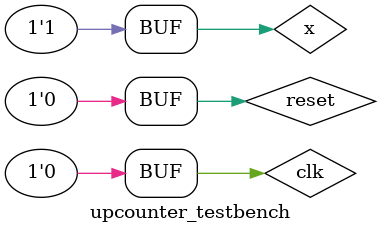
<source format=v>
module upcounter_testbench();
reg clk, reset, x;
wire [3:0] counter;

up_counter dut(x, clk, reset, counter);
initial begin
$dumpfile("test_add.vcd");
$dumpvars(0,upcounter_testbench);

$monitor( "At t=%t, counter=%b,x = %b , reset = %b" , $time ,counter,x,reset);
clk=0;
end
initial begin
x=1;
reset=1;
#20;reset=0;
#20;x=0;
#20;x=1;
#5;clk = ~clk;
#5;clk = ~clk;
#5;clk = ~clk;
#5;clk = ~clk;
#5;clk = ~clk;
#5;clk = ~clk;
#5;clk = ~clk;
#5;clk = ~clk;
#5;clk = ~clk;
#5;clk = ~clk;
#5;clk = ~clk;
#5;clk = ~clk;
#5;clk = ~clk;
#5;clk = ~clk;
#5;clk = ~clk;
#5;clk = ~clk;
#5;clk = ~clk;
#5;clk = ~clk;
#5;clk = ~clk;
#5;clk = ~clk;
#5;clk = ~clk;
#5;clk = ~clk;
#5;clk = ~clk;
#5;clk = ~clk;
#5;clk = ~clk;
#5;clk = ~clk;
#5;clk = ~clk;
#5;clk = ~clk;
#5;clk = ~clk;
#5;clk = ~clk;
#5;clk = ~clk;
#5;clk = ~clk;
#5;clk = ~clk;
#5;clk = ~clk;
#5;clk = ~clk;
#5;clk = ~clk;

end
endmodule

</source>
